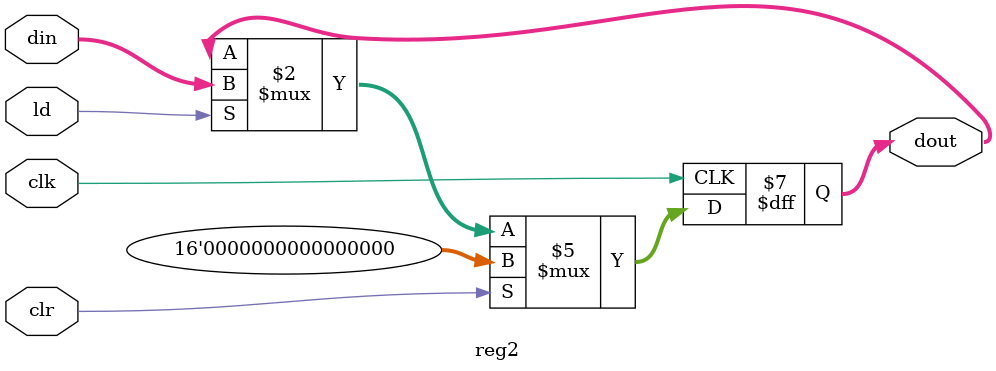
<source format=v>
`timescale 1ns / 1ps


module reg2(dout, din,ld, clr, clk);

    input clr, clk, ld;
    input [15:0] din;
    output reg [15:0]dout;

    always @ (posedge clk)
     if (clr) dout <= 16'b0;
     else if (ld) dout <= din; 
endmodule

</source>
